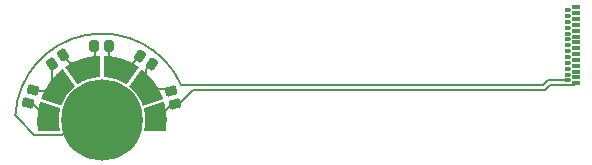
<source format=gtl>
%TF.GenerationSoftware,KiCad,Pcbnew,9.0.3*%
%TF.CreationDate,2025-08-12T14:53:09+03:00*%
%TF.ProjectId,Left,4c656674-2e6b-4696-9361-645f70636258,rev?*%
%TF.SameCoordinates,Original*%
%TF.FileFunction,Copper,L1,Top*%
%TF.FilePolarity,Positive*%
%FSLAX46Y46*%
G04 Gerber Fmt 4.6, Leading zero omitted, Abs format (unit mm)*
G04 Created by KiCad (PCBNEW 9.0.3) date 2025-08-12 14:53:09*
%MOMM*%
%LPD*%
G01*
G04 APERTURE LIST*
G04 Aperture macros list*
%AMRoundRect*
0 Rectangle with rounded corners*
0 $1 Rounding radius*
0 $2 $3 $4 $5 $6 $7 $8 $9 X,Y pos of 4 corners*
0 Add a 4 corners polygon primitive as box body*
4,1,4,$2,$3,$4,$5,$6,$7,$8,$9,$2,$3,0*
0 Add four circle primitives for the rounded corners*
1,1,$1+$1,$2,$3*
1,1,$1+$1,$4,$5*
1,1,$1+$1,$6,$7*
1,1,$1+$1,$8,$9*
0 Add four rect primitives between the rounded corners*
20,1,$1+$1,$2,$3,$4,$5,0*
20,1,$1+$1,$4,$5,$6,$7,0*
20,1,$1+$1,$6,$7,$8,$9,0*
20,1,$1+$1,$8,$9,$2,$3,0*%
%AMFreePoly0*
4,1,7,0.150000,0.290000,0.150000,-0.330000,-0.150000,-0.330000,-0.150000,0.290000,-0.070000,0.330000,0.070000,0.330000,0.150000,0.290000,0.150000,0.290000,$1*%
%AMFreePoly1*
4,1,7,0.150000,-0.190000,0.070000,-0.230000,-0.070000,-0.230000,-0.150000,-0.190000,-0.150000,0.230000,0.150000,0.230000,0.150000,-0.190000,0.150000,-0.190000,$1*%
%AMFreePoly2*
4,1,24,1.023536,0.953536,1.025000,0.950000,1.024903,0.949019,0.934970,0.499355,0.905008,0.000000,0.934970,-0.499355,1.034903,-0.999019,1.034160,-1.002774,1.031539,-1.004757,-0.668461,-1.554757,-0.672276,-1.554452,-0.674757,-1.551539,-0.674881,-1.551085,-0.854881,-0.741085,-0.854989,-0.740337,-0.904989,-0.000337,-0.904986,0.000374,-0.844986,0.800374,-0.844956,0.800661,-0.824956,0.950661,
-0.823037,0.953972,-0.820000,0.955000,1.020000,0.955000,1.023536,0.953536,1.023536,0.953536,$1*%
%AMFreePoly3*
4,1,24,-0.668462,1.554757,1.031539,1.004757,1.034452,1.002276,1.034903,0.999019,0.934970,0.499355,0.905008,0.000000,0.934970,-0.499355,1.034903,-0.999019,1.034160,-1.002774,1.031539,-1.004757,-0.668461,-1.554757,-0.672276,-1.554452,-0.674757,-1.551539,-0.674881,-1.551085,-0.854881,-0.741085,-0.854989,-0.740337,-0.904989,-0.000337,-0.904986,0.000374,-0.844986,0.800374,-0.844876,0.801105,
-0.674876,1.551105,-0.672667,1.554230,-0.668896,1.554876,-0.668462,1.554757,-0.668462,1.554757,$1*%
%AMFreePoly4*
4,1,27,0.393786,1.673266,0.394059,1.672919,1.444059,0.212919,1.444935,0.209194,1.443334,0.206274,1.063594,-0.133492,0.734066,-0.522935,0.484435,-0.932330,0.274565,-1.402040,0.271786,-1.404670,0.268444,-1.404752,-1.441556,-0.844752,-1.444460,-0.842260,-1.444752,-0.838444,-1.444572,-0.837975,-1.134572,-0.137975,-1.134260,-0.137383,-0.802997,0.401880,-0.793729,0.424257,-0.738222,0.507327,
-0.704260,0.562617,-0.703780,0.563273,-0.123780,1.233273,-0.123266,1.233786,0.386734,1.673786,0.390367,1.674986,0.393786,1.673266,0.393786,1.673266,$1*%
%AMFreePoly5*
4,1,24,-0.668461,1.554757,1.031539,1.004757,1.034452,1.002276,1.034903,0.999019,0.934970,0.499355,0.905011,0.000035,0.934970,-0.409408,1.024932,-0.949178,1.024069,-0.952906,1.020822,-0.954932,1.020000,-0.955000,-0.820000,-0.955000,-0.823536,-0.953536,-0.824954,-0.950680,-0.894954,-0.440680,-0.894999,-0.440114,-0.904999,-0.000114,-0.904986,0.000374,-0.844986,0.800374,-0.844876,0.801105,
-0.674876,1.551105,-0.672667,1.554230,-0.668895,1.554876,-0.668461,1.554757,-0.668461,1.554757,$1*%
G04 Aperture macros list end*
%TA.AperFunction,Conductor*%
%ADD10C,0.200000*%
%TD*%
%TA.AperFunction,SMDPad,CuDef*%
%ADD11RoundRect,0.200000X-0.014532X0.360262X-0.338139X0.125148X0.014532X-0.360262X0.338139X-0.125148X0*%
%TD*%
%TA.AperFunction,SMDPad,CuDef*%
%ADD12RoundRect,0.200000X0.338139X0.125148X0.014532X0.360262X-0.338139X-0.125148X-0.014532X-0.360262X0*%
%TD*%
%TA.AperFunction,SMDPad,CuDef*%
%ADD13RoundRect,0.200000X0.200000X0.300000X-0.200000X0.300000X-0.200000X-0.300000X0.200000X-0.300000X0*%
%TD*%
%TA.AperFunction,SMDPad,CuDef*%
%ADD14RoundRect,0.200000X-0.223514X0.282916X-0.347120X-0.097506X0.223514X-0.282916X0.347120X0.097506X0*%
%TD*%
%TA.AperFunction,SMDPad,CuDef*%
%ADD15FreePoly0,90.000000*%
%TD*%
%TA.AperFunction,SMDPad,CuDef*%
%ADD16FreePoly1,90.000000*%
%TD*%
%TA.AperFunction,SMDPad,CuDef*%
%ADD17RoundRect,0.200000X0.347120X-0.097506X0.223514X0.282916X-0.347120X0.097506X-0.223514X-0.282916X0*%
%TD*%
%TA.AperFunction,SMDPad,CuDef*%
%ADD18FreePoly2,180.000000*%
%TD*%
%TA.AperFunction,SMDPad,CuDef*%
%ADD19FreePoly3,216.000000*%
%TD*%
%TA.AperFunction,SMDPad,CuDef*%
%ADD20FreePoly3,252.000000*%
%TD*%
%TA.AperFunction,SMDPad,CuDef*%
%ADD21FreePoly3,288.000000*%
%TD*%
%TA.AperFunction,SMDPad,CuDef*%
%ADD22FreePoly4,0.000000*%
%TD*%
%TA.AperFunction,SMDPad,CuDef*%
%ADD23FreePoly5,0.000000*%
%TD*%
%TA.AperFunction,SMDPad,CuDef*%
%ADD24C,6.900000*%
%TD*%
%TA.AperFunction,SMDPad,CuDef*%
%ADD25C,1.000000*%
%TD*%
G04 APERTURE END LIST*
D10*
%TO.N,Net-(J1-Pin_2)*%
X101185621Y-99536369D02*
G75*
G02*
X115230000Y-96960000I7334379J-413631D01*
G01*
%TD*%
D11*
%TO.P,R4,1*%
%TO.N,Net-(R3-Pad2)*%
X105255410Y-94457329D03*
%TO.P,R4,2*%
%TO.N,Net-(R4-Pad2)*%
X104284590Y-95162671D03*
%TD*%
D12*
%TO.P,R2,1*%
%TO.N,Net-(R1-Pad2)*%
X112725410Y-95182671D03*
%TO.P,R2,2*%
%TO.N,Net-(R2-Pad2)*%
X111754590Y-94477329D03*
%TD*%
D13*
%TO.P,R3,1*%
%TO.N,Net-(R2-Pad2)*%
X109080000Y-93620000D03*
%TO.P,R3,2*%
%TO.N,Net-(R3-Pad2)*%
X107880000Y-93620000D03*
%TD*%
D14*
%TO.P,R5,1*%
%TO.N,Net-(R4-Pad2)*%
X102675410Y-97349366D03*
%TO.P,R5,2*%
%TO.N,Net-(R5-Pad2)*%
X102304590Y-98490634D03*
%TD*%
D15*
%TO.P,J1,1,Pin_1*%
%TO.N,Net-(J1-Pin_1)*%
X148670000Y-96820000D03*
D16*
%TO.P,J1,2,Pin_2*%
%TO.N,Net-(J1-Pin_2)*%
X148000000Y-96572000D03*
D15*
%TO.P,J1,3*%
%TO.N,N/C*%
X148670000Y-96324615D03*
D16*
%TO.P,J1,4*%
X148000000Y-96076667D03*
D15*
%TO.P,J1,5*%
X148670000Y-95829231D03*
D16*
%TO.P,J1,6*%
X148000000Y-95581333D03*
D15*
%TO.P,J1,7*%
X148670000Y-95333846D03*
D16*
%TO.P,J1,8*%
X148000000Y-95086000D03*
D15*
%TO.P,J1,9*%
X148670000Y-94838462D03*
D16*
%TO.P,J1,10*%
X148000000Y-94590667D03*
D15*
%TO.P,J1,11*%
X148670000Y-94343077D03*
D16*
%TO.P,J1,12*%
X148000000Y-94095333D03*
D15*
%TO.P,J1,13*%
X148670000Y-93847692D03*
D16*
%TO.P,J1,14*%
X148000000Y-93600000D03*
D15*
%TO.P,J1,15*%
X148670000Y-93352308D03*
D16*
%TO.P,J1,16*%
X148000000Y-93104667D03*
D15*
%TO.P,J1,17*%
X148670000Y-92856923D03*
D16*
%TO.P,J1,18*%
X148000000Y-92609333D03*
D15*
%TO.P,J1,19*%
X148670000Y-92361538D03*
D16*
%TO.P,J1,20*%
X148000000Y-92114000D03*
D15*
%TO.P,J1,21*%
X148670000Y-91866154D03*
D16*
%TO.P,J1,22*%
X148000000Y-91618667D03*
D15*
%TO.P,J1,23*%
X148670000Y-91370769D03*
D16*
%TO.P,J1,24*%
X148000000Y-91123333D03*
D15*
%TO.P,J1,25*%
X148670000Y-90875385D03*
D16*
%TO.P,J1,26*%
X148000000Y-90628000D03*
D15*
%TO.P,J1,27*%
X148670000Y-90380000D03*
%TD*%
D17*
%TO.P,R1,1*%
%TO.N,Net-(J1-Pin_1)*%
X114725410Y-98590634D03*
%TO.P,R1,2*%
%TO.N,Net-(R1-Pad2)*%
X114354590Y-97449366D03*
%TD*%
D18*
%TO.P,SW1,1*%
%TO.N,Net-(J1-Pin_1)*%
X113120000Y-99950000D03*
D19*
%TO.P,SW1,2*%
%TO.N,Net-(R1-Pad2)*%
X112260000Y-97260000D03*
D20*
%TO.P,SW1,3*%
%TO.N,Net-(R2-Pad2)*%
X109970000Y-95580000D03*
D21*
%TO.P,SW1,4*%
%TO.N,Net-(R3-Pad2)*%
X107070000Y-95580000D03*
D22*
%TO.P,SW1,5*%
%TO.N,Net-(R4-Pad2)*%
X104780000Y-97260000D03*
D23*
%TO.P,SW1,6*%
%TO.N,Net-(R5-Pad2)*%
X103920000Y-99950000D03*
D24*
%TO.P,SW1,7*%
%TO.N,Net-(J1-Pin_2)*%
X108520000Y-99950000D03*
D25*
X111290000Y-100980000D03*
%TD*%
D10*
%TO.N,Net-(R1-Pad2)*%
X112260000Y-95648081D02*
X112725410Y-95182671D01*
X112260000Y-97260000D02*
X112260000Y-95648081D01*
X112280000Y-97280000D02*
X114185224Y-97280000D01*
X112360000Y-97260000D02*
X112777547Y-97677547D01*
X112725410Y-95182671D02*
X112528465Y-95182671D01*
X112260000Y-97260000D02*
X112280000Y-97280000D01*
X112260000Y-97260000D02*
X112360000Y-97260000D01*
X114185224Y-97280000D02*
X114354590Y-97449366D01*
%TO.N,Net-(J1-Pin_1)*%
X148670000Y-96820000D02*
X148515000Y-96975000D01*
X113120000Y-99950000D02*
X114479366Y-98590634D01*
X114479366Y-98590634D02*
X114725410Y-98590634D01*
X146020000Y-97400000D02*
X116210000Y-97400000D01*
X116210000Y-97400000D02*
X115019366Y-98590634D01*
X148515000Y-96975000D02*
X146445000Y-96975000D01*
X114523886Y-98389110D02*
X114523886Y-98379338D01*
X115019366Y-98590634D02*
X114725410Y-98590634D01*
X146445000Y-96975000D02*
X146020000Y-97400000D01*
%TO.N,Net-(R2-Pad2)*%
X110651919Y-95580000D02*
X111754590Y-94477329D01*
X109090000Y-94700000D02*
X109090000Y-93630000D01*
X109970000Y-95580000D02*
X110651919Y-95580000D01*
X111754590Y-94482329D02*
X111689590Y-94547329D01*
X109970000Y-95580000D02*
X109090000Y-94700000D01*
X109090000Y-93630000D02*
X109080000Y-93620000D01*
X111754590Y-94477329D02*
X111754590Y-94482329D01*
X109970000Y-95580000D02*
X110010000Y-95580000D01*
%TO.N,Net-(R3-Pad2)*%
X105800000Y-95110000D02*
X106600000Y-95110000D01*
X107070000Y-95580000D02*
X107900000Y-94750000D01*
X107900000Y-94750000D02*
X107900000Y-93640000D01*
X105398081Y-94708081D02*
X105800000Y-95110000D01*
X107900000Y-93640000D02*
X107880000Y-93620000D01*
X106600000Y-95110000D02*
X106801299Y-95311299D01*
X105398081Y-94600000D02*
X105398081Y-94708081D01*
X105255410Y-94457329D02*
X105398081Y-94600000D01*
%TO.N,Net-(R4-Pad2)*%
X104540000Y-97500000D02*
X102848044Y-97500000D01*
X104270000Y-96750000D02*
X104270000Y-95177261D01*
X104398398Y-95265267D02*
X104562978Y-95100687D01*
X104284590Y-95162671D02*
X104387186Y-95265267D01*
X102848044Y-97500000D02*
X102680496Y-97667548D01*
X104387186Y-95265267D02*
X104398398Y-95265267D01*
X104780000Y-97260000D02*
X104270000Y-96750000D01*
X104270000Y-95177261D02*
X104284590Y-95162671D01*
X104780000Y-97260000D02*
X104540000Y-97500000D01*
%TO.N,Net-(R5-Pad2)*%
X103920000Y-99950000D02*
X103920000Y-99830000D01*
X102482726Y-98392726D02*
X102482726Y-98276224D01*
X103920000Y-99830000D02*
X102482726Y-98392726D01*
%TO.N,Net-(J1-Pin_2)*%
X147998000Y-96570000D02*
X146250000Y-96570000D01*
X105886028Y-98913057D02*
X105886028Y-100388972D01*
X105780000Y-101000000D02*
X105625000Y-101155000D01*
X105886028Y-100388972D02*
X105100000Y-101175000D01*
X107413208Y-97385877D02*
X105886028Y-98913057D01*
X101375000Y-99750000D02*
X101375000Y-99725748D01*
X148000000Y-96572000D02*
X147998000Y-96570000D01*
X108510000Y-99970000D02*
X108500000Y-99970000D01*
X145845000Y-96975000D02*
X146250000Y-96570000D01*
X111290000Y-100980000D02*
X111290000Y-99089085D01*
X105100000Y-101175000D02*
X102800000Y-101175000D01*
X115230000Y-96960000D02*
X115610000Y-96960000D01*
X111290000Y-99089085D02*
X109586792Y-97385877D01*
X115610000Y-96960000D02*
X115625000Y-96975000D01*
X101375000Y-99725748D02*
X101185621Y-99536369D01*
X115625000Y-96975000D02*
X145845000Y-96975000D01*
X102800000Y-101175000D02*
X101375000Y-99750000D01*
X109586792Y-97385877D02*
X107413208Y-97385877D01*
%TD*%
M02*

</source>
